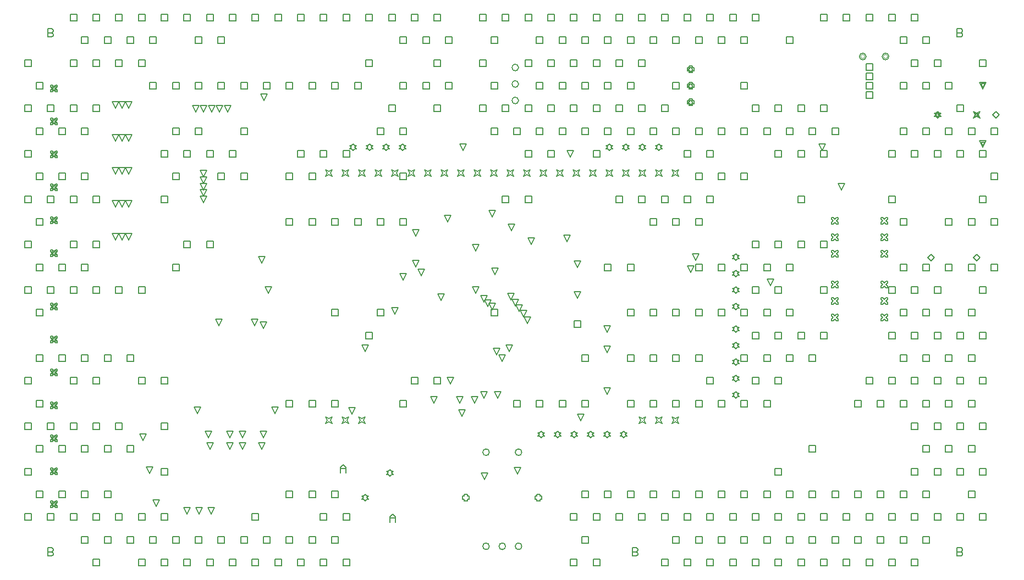
<source format=gbr>
%TF.GenerationSoftware,Altium Limited,Altium Designer,22.5.1 (42)*%
G04 Layer_Color=2752767*
%FSLAX43Y43*%
%MOMM*%
%TF.SameCoordinates,16143D8C-65FE-44CA-9B93-5BB87F4A9255*%
%TF.FilePolarity,Positive*%
%TF.FileFunction,Drawing*%
%TF.Part,Single*%
G01*
G75*
%TA.AperFunction,NonConductor*%
%ADD87C,0.127*%
%ADD114C,0.169*%
%ADD115C,0.102*%
D87*
X69146Y13746D02*
Y13492D01*
X69654D01*
Y13746D01*
X69908D01*
Y14254D01*
X69654D01*
Y14508D01*
X69146D01*
Y14254D01*
X68892D01*
Y13746D01*
X69146D01*
X80346D02*
Y13492D01*
X80854D01*
Y13746D01*
X81108D01*
Y14254D01*
X80854D01*
Y14508D01*
X80346D01*
Y14254D01*
X80092D01*
Y13746D01*
X80346D01*
X47822Y25442D02*
X48076Y25950D01*
X47822Y26458D01*
X48330Y26204D01*
X48838Y26458D01*
X48584Y25950D01*
X48838Y25442D01*
X48330Y25696D01*
X47822Y25442D01*
X52902D02*
X53156Y25950D01*
X52902Y26458D01*
X53410Y26204D01*
X53918Y26458D01*
X53664Y25950D01*
X53918Y25442D01*
X53410Y25696D01*
X52902Y25442D01*
X50362D02*
X50616Y25950D01*
X50362Y26458D01*
X50870Y26204D01*
X51378Y26458D01*
X51124Y25950D01*
X51378Y25442D01*
X50870Y25696D01*
X50362Y25442D01*
X60522Y63542D02*
X60776Y64050D01*
X60522Y64558D01*
X61030Y64304D01*
X61538Y64558D01*
X61284Y64050D01*
X61538Y63542D01*
X61030Y63796D01*
X60522Y63542D01*
X70682D02*
X70936Y64050D01*
X70682Y64558D01*
X71190Y64304D01*
X71698Y64558D01*
X71444Y64050D01*
X71698Y63542D01*
X71190Y63796D01*
X70682Y63542D01*
X68142D02*
X68396Y64050D01*
X68142Y64558D01*
X68650Y64304D01*
X69158Y64558D01*
X68904Y64050D01*
X69158Y63542D01*
X68650Y63796D01*
X68142Y63542D01*
X65602D02*
X65856Y64050D01*
X65602Y64558D01*
X66110Y64304D01*
X66618Y64558D01*
X66364Y64050D01*
X66618Y63542D01*
X66110Y63796D01*
X65602Y63542D01*
X63062D02*
X63316Y64050D01*
X63062Y64558D01*
X63570Y64304D01*
X64078Y64558D01*
X63824Y64050D01*
X64078Y63542D01*
X63570Y63796D01*
X63062Y63542D01*
X57982D02*
X58236Y64050D01*
X57982Y64558D01*
X58490Y64304D01*
X58998Y64558D01*
X58744Y64050D01*
X58998Y63542D01*
X58490Y63796D01*
X57982Y63542D01*
X55442D02*
X55696Y64050D01*
X55442Y64558D01*
X55950Y64304D01*
X56458Y64558D01*
X56204Y64050D01*
X56458Y63542D01*
X55950Y63796D01*
X55442Y63542D01*
X52902D02*
X53156Y64050D01*
X52902Y64558D01*
X53410Y64304D01*
X53918Y64558D01*
X53664Y64050D01*
X53918Y63542D01*
X53410Y63796D01*
X52902Y63542D01*
X50362D02*
X50616Y64050D01*
X50362Y64558D01*
X50870Y64304D01*
X51378Y64558D01*
X51124Y64050D01*
X51378Y63542D01*
X50870Y63796D01*
X50362Y63542D01*
X47822D02*
X48076Y64050D01*
X47822Y64558D01*
X48330Y64304D01*
X48838Y64558D01*
X48584Y64050D01*
X48838Y63542D01*
X48330Y63796D01*
X47822Y63542D01*
X101162Y25442D02*
X101416Y25950D01*
X101162Y26458D01*
X101670Y26204D01*
X102178Y26458D01*
X101924Y25950D01*
X102178Y25442D01*
X101670Y25696D01*
X101162Y25442D01*
X98622D02*
X98876Y25950D01*
X98622Y26458D01*
X99130Y26204D01*
X99638Y26458D01*
X99384Y25950D01*
X99638Y25442D01*
X99130Y25696D01*
X98622Y25442D01*
X96082D02*
X96336Y25950D01*
X96082Y26458D01*
X96590Y26204D01*
X97098Y26458D01*
X96844Y25950D01*
X97098Y25442D01*
X96590Y25696D01*
X96082Y25442D01*
X73222Y63542D02*
X73476Y64050D01*
X73222Y64558D01*
X73730Y64304D01*
X74238Y64558D01*
X73984Y64050D01*
X74238Y63542D01*
X73730Y63796D01*
X73222Y63542D01*
X101162D02*
X101416Y64050D01*
X101162Y64558D01*
X101670Y64304D01*
X102178Y64558D01*
X101924Y64050D01*
X102178Y63542D01*
X101670Y63796D01*
X101162Y63542D01*
X88462D02*
X88716Y64050D01*
X88462Y64558D01*
X88970Y64304D01*
X89478Y64558D01*
X89224Y64050D01*
X89478Y63542D01*
X88970Y63796D01*
X88462Y63542D01*
X83382D02*
X83636Y64050D01*
X83382Y64558D01*
X83890Y64304D01*
X84398Y64558D01*
X84144Y64050D01*
X84398Y63542D01*
X83890Y63796D01*
X83382Y63542D01*
X80842D02*
X81096Y64050D01*
X80842Y64558D01*
X81350Y64304D01*
X81858Y64558D01*
X81604Y64050D01*
X81858Y63542D01*
X81350Y63796D01*
X80842Y63542D01*
X78302D02*
X78556Y64050D01*
X78302Y64558D01*
X78810Y64304D01*
X79318Y64558D01*
X79064Y64050D01*
X79318Y63542D01*
X78810Y63796D01*
X78302Y63542D01*
X75762D02*
X76016Y64050D01*
X75762Y64558D01*
X76270Y64304D01*
X76778Y64558D01*
X76524Y64050D01*
X76778Y63542D01*
X76270Y63796D01*
X75762Y63542D01*
X91002D02*
X91256Y64050D01*
X91002Y64558D01*
X91510Y64304D01*
X92018Y64558D01*
X91764Y64050D01*
X92018Y63542D01*
X91510Y63796D01*
X91002Y63542D01*
X93542D02*
X93796Y64050D01*
X93542Y64558D01*
X94050Y64304D01*
X94558Y64558D01*
X94304Y64050D01*
X94558Y63542D01*
X94050Y63796D01*
X93542Y63542D01*
X96082D02*
X96336Y64050D01*
X96082Y64558D01*
X96590Y64304D01*
X97098Y64558D01*
X96844Y64050D01*
X97098Y63542D01*
X96590Y63796D01*
X96082Y63542D01*
X85922D02*
X86176Y64050D01*
X85922Y64558D01*
X86430Y64304D01*
X86938Y64558D01*
X86684Y64050D01*
X86938Y63542D01*
X86430Y63796D01*
X85922Y63542D01*
X98622D02*
X98876Y64050D01*
X98622Y64558D01*
X99130Y64304D01*
X99638Y64558D01*
X99384Y64050D01*
X99638Y63542D01*
X99130Y63796D01*
X98622Y63542D01*
X125682Y56132D02*
X125936D01*
X126190Y56386D01*
X126444Y56132D01*
X126698D01*
Y56386D01*
X126444Y56640D01*
X126698Y56894D01*
Y57148D01*
X126444D01*
X126190Y56894D01*
X125936Y57148D01*
X125682D01*
Y56894D01*
X125936Y56640D01*
X125682Y56386D01*
Y56132D01*
Y53592D02*
X125936D01*
X126190Y53846D01*
X126444Y53592D01*
X126698D01*
Y53846D01*
X126444Y54100D01*
X126698Y54354D01*
Y54608D01*
X126444D01*
X126190Y54354D01*
X125936Y54608D01*
X125682D01*
Y54354D01*
X125936Y54100D01*
X125682Y53846D01*
Y53592D01*
Y51052D02*
X125936D01*
X126190Y51306D01*
X126444Y51052D01*
X126698D01*
Y51306D01*
X126444Y51560D01*
X126698Y51814D01*
Y52068D01*
X126444D01*
X126190Y51814D01*
X125936Y52068D01*
X125682D01*
Y51814D01*
X125936Y51560D01*
X125682Y51306D01*
Y51052D01*
X133302D02*
X133556D01*
X133810Y51306D01*
X134064Y51052D01*
X134318D01*
Y51306D01*
X134064Y51560D01*
X134318Y51814D01*
Y52068D01*
X134064D01*
X133810Y51814D01*
X133556Y52068D01*
X133302D01*
Y51814D01*
X133556Y51560D01*
X133302Y51306D01*
Y51052D01*
Y53592D02*
X133556D01*
X133810Y53846D01*
X134064Y53592D01*
X134318D01*
Y53846D01*
X134064Y54100D01*
X134318Y54354D01*
Y54608D01*
X134064D01*
X133810Y54354D01*
X133556Y54608D01*
X133302D01*
Y54354D01*
X133556Y54100D01*
X133302Y53846D01*
Y53592D01*
Y56132D02*
X133556D01*
X133810Y56386D01*
X134064Y56132D01*
X134318D01*
Y56386D01*
X134064Y56640D01*
X134318Y56894D01*
Y57148D01*
X134064D01*
X133810Y56894D01*
X133556Y57148D01*
X133302D01*
Y56894D01*
X133556Y56640D01*
X133302Y56386D01*
Y56132D01*
X147492Y51000D02*
X148000Y51508D01*
X148508Y51000D01*
X148000Y50492D01*
X147492Y51000D01*
X140492D02*
X141000Y51508D01*
X141508Y51000D01*
X141000Y50492D01*
X140492Y51000D01*
X149000Y67992D02*
X148492Y69008D01*
X149508D01*
X149000Y67992D01*
Y68195D02*
X148695Y68805D01*
X149305D01*
X149000Y68195D01*
X150492Y73000D02*
X151000Y73508D01*
X151508Y73000D01*
X151000Y72492D01*
X150492Y73000D01*
X142000Y72492D02*
X142254Y72746D01*
X142508D01*
X142254Y73000D01*
X142508Y73254D01*
X142254D01*
X142000Y73508D01*
X141746Y73254D01*
X141492D01*
X141746Y73000D01*
X141492Y72746D01*
X141746D01*
X142000Y72492D01*
Y72695D02*
X142152Y72848D01*
X142305D01*
X142152Y73000D01*
X142305Y73152D01*
X142152D01*
X142000Y73305D01*
X141848Y73152D01*
X141695D01*
X141848Y73000D01*
X141695Y72848D01*
X141848D01*
X142000Y72695D01*
X147492Y72492D02*
X147746Y73000D01*
X147492Y73508D01*
X148000Y73254D01*
X148508Y73508D01*
X148254Y73000D01*
X148508Y72492D01*
X148000Y72746D01*
X147492Y72492D01*
X147695Y72695D02*
X147848Y73000D01*
X147695Y73305D01*
X148000Y73152D01*
X148305Y73305D01*
X148152Y73000D01*
X148305Y72695D01*
X148000Y72848D01*
X147695Y72695D01*
X149000Y76992D02*
X148492Y78008D01*
X149508D01*
X149000Y76992D01*
Y77195D02*
X148695Y77805D01*
X149305D01*
X149000Y77195D01*
X5492Y12492D02*
X5746D01*
X6000Y12746D01*
X6254Y12492D01*
X6508D01*
Y12746D01*
X6254Y13000D01*
X6508Y13254D01*
Y13508D01*
X6254D01*
X6000Y13254D01*
X5746Y13508D01*
X5492D01*
Y13254D01*
X5746Y13000D01*
X5492Y12746D01*
Y12492D01*
X5695Y12695D02*
X5848D01*
X6000Y12848D01*
X6152Y12695D01*
X6305D01*
Y12848D01*
X6152Y13000D01*
X6305Y13152D01*
Y13305D01*
X6152D01*
X6000Y13152D01*
X5848Y13305D01*
X5695D01*
Y13152D01*
X5848Y13000D01*
X5695Y12848D01*
Y12695D01*
X5492Y17572D02*
X5746D01*
X6000Y17826D01*
X6254Y17572D01*
X6508D01*
Y17826D01*
X6254Y18080D01*
X6508Y18334D01*
Y18588D01*
X6254D01*
X6000Y18334D01*
X5746Y18588D01*
X5492D01*
Y18334D01*
X5746Y18080D01*
X5492Y17826D01*
Y17572D01*
X5695Y17775D02*
X5848D01*
X6000Y17928D01*
X6152Y17775D01*
X6305D01*
Y17928D01*
X6152Y18080D01*
X6305Y18232D01*
Y18385D01*
X6152D01*
X6000Y18232D01*
X5848Y18385D01*
X5695D01*
Y18232D01*
X5848Y18080D01*
X5695Y17928D01*
Y17775D01*
X5492Y27732D02*
X5746D01*
X6000Y27986D01*
X6254Y27732D01*
X6508D01*
Y27986D01*
X6254Y28240D01*
X6508Y28494D01*
Y28748D01*
X6254D01*
X6000Y28494D01*
X5746Y28748D01*
X5492D01*
Y28494D01*
X5746Y28240D01*
X5492Y27986D01*
Y27732D01*
X5695Y27935D02*
X5848D01*
X6000Y28088D01*
X6152Y27935D01*
X6305D01*
Y28088D01*
X6152Y28240D01*
X6305Y28392D01*
Y28545D01*
X6152D01*
X6000Y28392D01*
X5848Y28545D01*
X5695D01*
Y28392D01*
X5848Y28240D01*
X5695Y28088D01*
Y27935D01*
X5492Y37892D02*
X5746D01*
X6000Y38146D01*
X6254Y37892D01*
X6508D01*
Y38146D01*
X6254Y38400D01*
X6508Y38654D01*
Y38908D01*
X6254D01*
X6000Y38654D01*
X5746Y38908D01*
X5492D01*
Y38654D01*
X5746Y38400D01*
X5492Y38146D01*
Y37892D01*
X5695Y38095D02*
X5848D01*
X6000Y38248D01*
X6152Y38095D01*
X6305D01*
Y38248D01*
X6152Y38400D01*
X6305Y38552D01*
Y38705D01*
X6152D01*
X6000Y38552D01*
X5848Y38705D01*
X5695D01*
Y38552D01*
X5848Y38400D01*
X5695Y38248D01*
Y38095D01*
X5492Y42972D02*
X5746D01*
X6000Y43226D01*
X6254Y42972D01*
X6508D01*
Y43226D01*
X6254Y43480D01*
X6508Y43734D01*
Y43988D01*
X6254D01*
X6000Y43734D01*
X5746Y43988D01*
X5492D01*
Y43734D01*
X5746Y43480D01*
X5492Y43226D01*
Y42972D01*
X5695Y43175D02*
X5848D01*
X6000Y43328D01*
X6152Y43175D01*
X6305D01*
Y43328D01*
X6152Y43480D01*
X6305Y43632D01*
Y43785D01*
X6152D01*
X6000Y43632D01*
X5848Y43785D01*
X5695D01*
Y43632D01*
X5848Y43480D01*
X5695Y43328D01*
Y43175D01*
X5492Y32812D02*
X5746D01*
X6000Y33066D01*
X6254Y32812D01*
X6508D01*
Y33066D01*
X6254Y33320D01*
X6508Y33574D01*
Y33828D01*
X6254D01*
X6000Y33574D01*
X5746Y33828D01*
X5492D01*
Y33574D01*
X5746Y33320D01*
X5492Y33066D01*
Y32812D01*
X5695Y33015D02*
X5848D01*
X6000Y33168D01*
X6152Y33015D01*
X6305D01*
Y33168D01*
X6152Y33320D01*
X6305Y33472D01*
Y33625D01*
X6152D01*
X6000Y33472D01*
X5848Y33625D01*
X5695D01*
Y33472D01*
X5848Y33320D01*
X5695Y33168D01*
Y33015D01*
X5492Y22652D02*
X5746D01*
X6000Y22906D01*
X6254Y22652D01*
X6508D01*
Y22906D01*
X6254Y23160D01*
X6508Y23414D01*
Y23668D01*
X6254D01*
X6000Y23414D01*
X5746Y23668D01*
X5492D01*
Y23414D01*
X5746Y23160D01*
X5492Y22906D01*
Y22652D01*
X5695Y22855D02*
X5848D01*
X6000Y23008D01*
X6152Y22855D01*
X6305D01*
Y23008D01*
X6152Y23160D01*
X6305Y23312D01*
Y23465D01*
X6152D01*
X6000Y23312D01*
X5848Y23465D01*
X5695D01*
Y23312D01*
X5848Y23160D01*
X5695Y23008D01*
Y22855D01*
X57080Y67492D02*
X57334Y67746D01*
X57588D01*
X57334Y68000D01*
X57588Y68254D01*
X57334D01*
X57080Y68508D01*
X56826Y68254D01*
X56572D01*
X56826Y68000D01*
X56572Y67746D01*
X56826D01*
X57080Y67492D01*
X59620D02*
X59874Y67746D01*
X60128D01*
X59874Y68000D01*
X60128Y68254D01*
X59874D01*
X59620Y68508D01*
X59366Y68254D01*
X59112D01*
X59366Y68000D01*
X59112Y67746D01*
X59366D01*
X59620Y67492D01*
X54540D02*
X54794Y67746D01*
X55048D01*
X54794Y68000D01*
X55048Y68254D01*
X54794D01*
X54540Y68508D01*
X54286Y68254D01*
X54032D01*
X54286Y68000D01*
X54032Y67746D01*
X54286D01*
X54540Y67492D01*
X52000D02*
X52254Y67746D01*
X52508D01*
X52254Y68000D01*
X52508Y68254D01*
X52254D01*
X52000Y68508D01*
X51746Y68254D01*
X51492D01*
X51746Y68000D01*
X51492Y67746D01*
X51746D01*
X52000Y67492D01*
X96590D02*
X96844Y67746D01*
X97098D01*
X96844Y68000D01*
X97098Y68254D01*
X96844D01*
X96590Y68508D01*
X96336Y68254D01*
X96082D01*
X96336Y68000D01*
X96082Y67746D01*
X96336D01*
X96590Y67492D01*
X99130D02*
X99384Y67746D01*
X99638D01*
X99384Y68000D01*
X99638Y68254D01*
X99384D01*
X99130Y68508D01*
X98876Y68254D01*
X98622D01*
X98876Y68000D01*
X98622Y67746D01*
X98876D01*
X99130Y67492D01*
X94050D02*
X94304Y67746D01*
X94558D01*
X94304Y68000D01*
X94558Y68254D01*
X94304D01*
X94050Y68508D01*
X93796Y68254D01*
X93542D01*
X93796Y68000D01*
X93542Y67746D01*
X93796D01*
X94050Y67492D01*
X91510D02*
X91764Y67746D01*
X92018D01*
X91764Y68000D01*
X92018Y68254D01*
X91764D01*
X91510Y68508D01*
X91256Y68254D01*
X91002D01*
X91256Y68000D01*
X91002Y67746D01*
X91256D01*
X91510Y67492D01*
X95000Y6270D02*
Y5000D01*
X95635D01*
X95846Y5212D01*
Y5423D01*
X95635Y5635D01*
X95000D01*
X95635D01*
X95846Y5846D01*
Y6058D01*
X95635Y6270D01*
X95000D01*
X125682Y46332D02*
X125936D01*
X126190Y46586D01*
X126444Y46332D01*
X126698D01*
Y46586D01*
X126444Y46840D01*
X126698Y47094D01*
Y47348D01*
X126444D01*
X126190Y47094D01*
X125936Y47348D01*
X125682D01*
Y47094D01*
X125936Y46840D01*
X125682Y46586D01*
Y46332D01*
Y43792D02*
X125936D01*
X126190Y44046D01*
X126444Y43792D01*
X126698D01*
Y44046D01*
X126444Y44300D01*
X126698Y44554D01*
Y44808D01*
X126444D01*
X126190Y44554D01*
X125936Y44808D01*
X125682D01*
Y44554D01*
X125936Y44300D01*
X125682Y44046D01*
Y43792D01*
Y41252D02*
X125936D01*
X126190Y41506D01*
X126444Y41252D01*
X126698D01*
Y41506D01*
X126444Y41760D01*
X126698Y42014D01*
Y42268D01*
X126444D01*
X126190Y42014D01*
X125936Y42268D01*
X125682D01*
Y42014D01*
X125936Y41760D01*
X125682Y41506D01*
Y41252D01*
X133302D02*
X133556D01*
X133810Y41506D01*
X134064Y41252D01*
X134318D01*
Y41506D01*
X134064Y41760D01*
X134318Y42014D01*
Y42268D01*
X134064D01*
X133810Y42014D01*
X133556Y42268D01*
X133302D01*
Y42014D01*
X133556Y41760D01*
X133302Y41506D01*
Y41252D01*
Y43792D02*
X133556D01*
X133810Y44046D01*
X134064Y43792D01*
X134318D01*
Y44046D01*
X134064Y44300D01*
X134318Y44554D01*
Y44808D01*
X134064D01*
X133810Y44554D01*
X133556Y44808D01*
X133302D01*
Y44554D01*
X133556Y44300D01*
X133302Y44046D01*
Y43792D01*
Y46332D02*
X133556D01*
X133810Y46586D01*
X134064Y46332D01*
X134318D01*
Y46586D01*
X134064Y46840D01*
X134318Y47094D01*
Y47348D01*
X134064D01*
X133810Y47094D01*
X133556Y47348D01*
X133302D01*
Y47094D01*
X133556Y46840D01*
X133302Y46586D01*
Y46332D01*
X53900Y13492D02*
X54154Y13746D01*
X54408D01*
X54154Y14000D01*
X54408Y14254D01*
X54154D01*
X53900Y14508D01*
X53646Y14254D01*
X53392D01*
X53646Y14000D01*
X53392Y13746D01*
X53646D01*
X53900Y13492D01*
X57710Y17302D02*
X57964Y17556D01*
X58218D01*
X57964Y17810D01*
X58218Y18064D01*
X57964D01*
X57710Y18318D01*
X57456Y18064D01*
X57202D01*
X57456Y17810D01*
X57202Y17556D01*
X57456D01*
X57710Y17302D01*
X50090Y17810D02*
Y18656D01*
X50513Y19080D01*
X50936Y18656D01*
Y17810D01*
Y18445D01*
X50090D01*
X57710Y10190D02*
Y11036D01*
X58133Y11460D01*
X58556Y11036D01*
Y10190D01*
Y10825D01*
X57710D01*
X81000Y23192D02*
X81254Y23446D01*
X81508D01*
X81254Y23700D01*
X81508Y23954D01*
X81254D01*
X81000Y24208D01*
X80746Y23954D01*
X80492D01*
X80746Y23700D01*
X80492Y23446D01*
X80746D01*
X81000Y23192D01*
X83540D02*
X83794Y23446D01*
X84048D01*
X83794Y23700D01*
X84048Y23954D01*
X83794D01*
X83540Y24208D01*
X83286Y23954D01*
X83032D01*
X83286Y23700D01*
X83032Y23446D01*
X83286D01*
X83540Y23192D01*
X88620D02*
X88874Y23446D01*
X89128D01*
X88874Y23700D01*
X89128Y23954D01*
X88874D01*
X88620Y24208D01*
X88366Y23954D01*
X88112D01*
X88366Y23700D01*
X88112Y23446D01*
X88366D01*
X88620Y23192D01*
X93700D02*
X93954Y23446D01*
X94208D01*
X93954Y23700D01*
X94208Y23954D01*
X93954D01*
X93700Y24208D01*
X93446Y23954D01*
X93192D01*
X93446Y23700D01*
X93192Y23446D01*
X93446D01*
X93700Y23192D01*
X91160D02*
X91414Y23446D01*
X91668D01*
X91414Y23700D01*
X91668Y23954D01*
X91414D01*
X91160Y24208D01*
X90906Y23954D01*
X90652D01*
X90906Y23700D01*
X90652Y23446D01*
X90906D01*
X91160Y23192D01*
X86080D02*
X86334Y23446D01*
X86588D01*
X86334Y23700D01*
X86588Y23954D01*
X86334D01*
X86080Y24208D01*
X85826Y23954D01*
X85572D01*
X85826Y23700D01*
X85572Y23446D01*
X85826D01*
X86080Y23192D01*
X5492Y51192D02*
X5746D01*
X6000Y51446D01*
X6254Y51192D01*
X6508D01*
Y51446D01*
X6254Y51700D01*
X6508Y51954D01*
Y52208D01*
X6254D01*
X6000Y51954D01*
X5746Y52208D01*
X5492D01*
Y51954D01*
X5746Y51700D01*
X5492Y51446D01*
Y51192D01*
X5695Y51395D02*
X5848D01*
X6000Y51548D01*
X6152Y51395D01*
X6305D01*
Y51548D01*
X6152Y51700D01*
X6305Y51852D01*
Y52005D01*
X6152D01*
X6000Y51852D01*
X5848Y52005D01*
X5695D01*
Y51852D01*
X5848Y51700D01*
X5695Y51548D01*
Y51395D01*
X5492Y56272D02*
X5746D01*
X6000Y56526D01*
X6254Y56272D01*
X6508D01*
Y56526D01*
X6254Y56780D01*
X6508Y57034D01*
Y57288D01*
X6254D01*
X6000Y57034D01*
X5746Y57288D01*
X5492D01*
Y57034D01*
X5746Y56780D01*
X5492Y56526D01*
Y56272D01*
X5695Y56475D02*
X5848D01*
X6000Y56628D01*
X6152Y56475D01*
X6305D01*
Y56628D01*
X6152Y56780D01*
X6305Y56932D01*
Y57085D01*
X6152D01*
X6000Y56932D01*
X5848Y57085D01*
X5695D01*
Y56932D01*
X5848Y56780D01*
X5695Y56628D01*
Y56475D01*
X5492Y66432D02*
X5746D01*
X6000Y66686D01*
X6254Y66432D01*
X6508D01*
Y66686D01*
X6254Y66940D01*
X6508Y67194D01*
Y67448D01*
X6254D01*
X6000Y67194D01*
X5746Y67448D01*
X5492D01*
Y67194D01*
X5746Y66940D01*
X5492Y66686D01*
Y66432D01*
X5695Y66635D02*
X5848D01*
X6000Y66788D01*
X6152Y66635D01*
X6305D01*
Y66788D01*
X6152Y66940D01*
X6305Y67092D01*
Y67245D01*
X6152D01*
X6000Y67092D01*
X5848Y67245D01*
X5695D01*
Y67092D01*
X5848Y66940D01*
X5695Y66788D01*
Y66635D01*
X5492Y76592D02*
X5746D01*
X6000Y76846D01*
X6254Y76592D01*
X6508D01*
Y76846D01*
X6254Y77100D01*
X6508Y77354D01*
Y77608D01*
X6254D01*
X6000Y77354D01*
X5746Y77608D01*
X5492D01*
Y77354D01*
X5746Y77100D01*
X5492Y76846D01*
Y76592D01*
X5695Y76795D02*
X5848D01*
X6000Y76948D01*
X6152Y76795D01*
X6305D01*
Y76948D01*
X6152Y77100D01*
X6305Y77252D01*
Y77405D01*
X6152D01*
X6000Y77252D01*
X5848Y77405D01*
X5695D01*
Y77252D01*
X5848Y77100D01*
X5695Y76948D01*
Y76795D01*
X5492Y71512D02*
X5746D01*
X6000Y71766D01*
X6254Y71512D01*
X6508D01*
Y71766D01*
X6254Y72020D01*
X6508Y72274D01*
Y72528D01*
X6254D01*
X6000Y72274D01*
X5746Y72528D01*
X5492D01*
Y72274D01*
X5746Y72020D01*
X5492Y71766D01*
Y71512D01*
X5695Y71715D02*
X5848D01*
X6000Y71868D01*
X6152Y71715D01*
X6305D01*
Y71868D01*
X6152Y72020D01*
X6305Y72172D01*
Y72325D01*
X6152D01*
X6000Y72172D01*
X5848Y72325D01*
X5695D01*
Y72172D01*
X5848Y72020D01*
X5695Y71868D01*
Y71715D01*
X5492Y61352D02*
X5746D01*
X6000Y61606D01*
X6254Y61352D01*
X6508D01*
Y61606D01*
X6254Y61860D01*
X6508Y62114D01*
Y62368D01*
X6254D01*
X6000Y62114D01*
X5746Y62368D01*
X5492D01*
Y62114D01*
X5746Y61860D01*
X5492Y61606D01*
Y61352D01*
X5695Y61555D02*
X5848D01*
X6000Y61708D01*
X6152Y61555D01*
X6305D01*
Y61708D01*
X6152Y61860D01*
X6305Y62012D01*
Y62165D01*
X6152D01*
X6000Y62012D01*
X5848Y62165D01*
X5695D01*
Y62012D01*
X5848Y61860D01*
X5695Y61708D01*
Y61555D01*
X5000Y86270D02*
Y85000D01*
X5635D01*
X5846Y85212D01*
Y85423D01*
X5635Y85635D01*
X5000D01*
X5635D01*
X5846Y85846D01*
Y86058D01*
X5635Y86270D01*
X5000D01*
X103746Y74666D02*
Y74412D01*
X104254D01*
Y74666D01*
X104508D01*
Y75174D01*
X104254D01*
Y75428D01*
X103746D01*
Y75174D01*
X103492D01*
Y74666D01*
X103746D01*
X103848Y74768D02*
Y74615D01*
X104152D01*
Y74768D01*
X104305D01*
Y75072D01*
X104152D01*
Y75225D01*
X103848D01*
Y75072D01*
X103695D01*
Y74768D01*
X103848D01*
X103746Y77206D02*
Y76952D01*
X104254D01*
Y77206D01*
X104508D01*
Y77714D01*
X104254D01*
Y77968D01*
X103746D01*
Y77714D01*
X103492D01*
Y77206D01*
X103746D01*
X103848Y77308D02*
Y77155D01*
X104152D01*
Y77308D01*
X104305D01*
Y77612D01*
X104152D01*
Y77765D01*
X103848D01*
Y77612D01*
X103695D01*
Y77308D01*
X103848D01*
X103746Y79746D02*
Y79492D01*
X104254D01*
Y79746D01*
X104508D01*
Y80254D01*
X104254D01*
Y80508D01*
X103746D01*
Y80254D01*
X103492D01*
Y79746D01*
X103746D01*
X103848Y79848D02*
Y79695D01*
X104152D01*
Y79848D01*
X104305D01*
Y80152D01*
X104152D01*
Y80305D01*
X103848D01*
Y80152D01*
X103695D01*
Y79848D01*
X103848D01*
X145000Y86270D02*
Y85000D01*
X145635D01*
X145846Y85212D01*
Y85423D01*
X145635Y85635D01*
X145000D01*
X145635D01*
X145846Y85846D01*
Y86058D01*
X145635Y86270D01*
X145000D01*
X5000Y6270D02*
Y5000D01*
X5635D01*
X5846Y5212D01*
Y5423D01*
X5635Y5635D01*
X5000D01*
X5635D01*
X5846Y5846D01*
Y6058D01*
X5635Y6270D01*
X5000D01*
X145000D02*
Y5000D01*
X145635D01*
X145846Y5212D01*
Y5423D01*
X145635Y5635D01*
X145000D01*
X145635D01*
X145846Y5846D01*
Y6058D01*
X145635Y6270D01*
X145000D01*
X111000Y34412D02*
X111254Y34666D01*
X111508D01*
X111254Y34920D01*
X111508Y35174D01*
X111254D01*
X111000Y35428D01*
X110746Y35174D01*
X110492D01*
X110746Y34920D01*
X110492Y34666D01*
X110746D01*
X111000Y34412D01*
Y29332D02*
X111254Y29586D01*
X111508D01*
X111254Y29840D01*
X111508Y30094D01*
X111254D01*
X111000Y30348D01*
X110746Y30094D01*
X110492D01*
X110746Y29840D01*
X110492Y29586D01*
X110746D01*
X111000Y29332D01*
Y31872D02*
X111254Y32126D01*
X111508D01*
X111254Y32380D01*
X111508Y32634D01*
X111254D01*
X111000Y32888D01*
X110746Y32634D01*
X110492D01*
X110746Y32380D01*
X110492Y32126D01*
X110746D01*
X111000Y31872D01*
Y36952D02*
X111254Y37206D01*
X111508D01*
X111254Y37460D01*
X111508Y37714D01*
X111254D01*
X111000Y37968D01*
X110746Y37714D01*
X110492D01*
X110746Y37460D01*
X110492Y37206D01*
X110746D01*
X111000Y36952D01*
Y39492D02*
X111254Y39746D01*
X111508D01*
X111254Y40000D01*
X111508Y40254D01*
X111254D01*
X111000Y40508D01*
X110746Y40254D01*
X110492D01*
X110746Y40000D01*
X110492Y39746D01*
X110746D01*
X111000Y39492D01*
Y50612D02*
X111254Y50866D01*
X111508D01*
X111254Y51120D01*
X111508Y51374D01*
X111254D01*
X111000Y51628D01*
X110746Y51374D01*
X110492D01*
X110746Y51120D01*
X110492Y50866D01*
X110746D01*
X111000Y50612D01*
Y48072D02*
X111254Y48326D01*
X111508D01*
X111254Y48580D01*
X111508Y48834D01*
X111254D01*
X111000Y49088D01*
X110746Y48834D01*
X110492D01*
X110746Y48580D01*
X110492Y48326D01*
X110746D01*
X111000Y48072D01*
Y42992D02*
X111254Y43246D01*
X111508D01*
X111254Y43500D01*
X111508Y43754D01*
X111254D01*
X111000Y44008D01*
X110746Y43754D01*
X110492D01*
X110746Y43500D01*
X110492Y43246D01*
X110746D01*
X111000Y42992D01*
Y45532D02*
X111254Y45786D01*
X111508D01*
X111254Y46040D01*
X111508Y46294D01*
X111254D01*
X111000Y46548D01*
X110746Y46294D01*
X110492D01*
X110746Y46040D01*
X110492Y45786D01*
X110746D01*
X111000Y45532D01*
X130992Y75573D02*
Y76589D01*
X132008D01*
Y75573D01*
X130992D01*
Y76993D02*
Y78009D01*
X132008D01*
Y76993D01*
X130992D01*
Y79832D02*
Y80848D01*
X132008D01*
Y79832D01*
X130992D01*
Y78412D02*
Y79428D01*
X132008D01*
Y78412D01*
X130992D01*
X86092Y40253D02*
Y41269D01*
X87108D01*
Y40253D01*
X86092D01*
X137992Y87492D02*
Y88508D01*
X139008D01*
Y87492D01*
X137992D01*
X139742Y83992D02*
Y85008D01*
X140758D01*
Y83992D01*
X139742D01*
X134492Y87492D02*
Y88508D01*
X135508D01*
Y87492D01*
X134492D01*
X136242Y83992D02*
Y85008D01*
X137258D01*
Y83992D01*
X136242D01*
X130992Y87492D02*
Y88508D01*
X132008D01*
Y87492D01*
X130992D01*
X127492D02*
Y88508D01*
X128508D01*
Y87492D01*
X127492D01*
X123992D02*
Y88508D01*
X125008D01*
Y87492D01*
X123992D01*
Y73492D02*
Y74508D01*
X125008D01*
Y73492D01*
X123992D01*
X125742Y69992D02*
Y71008D01*
X126758D01*
Y69992D01*
X125742D01*
X123992Y66492D02*
Y67508D01*
X125008D01*
Y66492D01*
X123992D01*
Y52492D02*
Y53508D01*
X125008D01*
Y52492D01*
X123992D01*
Y45492D02*
Y46508D01*
X125008D01*
Y45492D01*
X123992D01*
Y38492D02*
Y39508D01*
X125008D01*
Y38492D01*
X123992D01*
X120492Y73492D02*
Y74508D01*
X121508D01*
Y73492D01*
X120492D01*
X122242Y69992D02*
Y71008D01*
X123258D01*
Y69992D01*
X122242D01*
X120492Y66492D02*
Y67508D01*
X121508D01*
Y66492D01*
X120492D01*
Y59492D02*
Y60508D01*
X121508D01*
Y59492D01*
X120492D01*
Y52492D02*
Y53508D01*
X121508D01*
Y52492D01*
X120492D01*
Y38492D02*
Y39508D01*
X121508D01*
Y38492D01*
X120492D01*
X122242Y34992D02*
Y36008D01*
X123258D01*
Y34992D01*
X122242D01*
X118742Y83992D02*
Y85008D01*
X119758D01*
Y83992D01*
X118742D01*
X116992Y73492D02*
Y74508D01*
X118008D01*
Y73492D01*
X116992D01*
X118742Y69992D02*
Y71008D01*
X119758D01*
Y69992D01*
X118742D01*
X116992Y66492D02*
Y67508D01*
X118008D01*
Y66492D01*
X116992D01*
Y52492D02*
Y53508D01*
X118008D01*
Y52492D01*
X116992D01*
X118742Y48992D02*
Y50008D01*
X119758D01*
Y48992D01*
X118742D01*
X116992Y45492D02*
Y46508D01*
X118008D01*
Y45492D01*
X116992D01*
X118742Y41992D02*
Y43008D01*
X119758D01*
Y41992D01*
X118742D01*
X116992Y38492D02*
Y39508D01*
X118008D01*
Y38492D01*
X116992D01*
X118742Y34992D02*
Y36008D01*
X119758D01*
Y34992D01*
X118742D01*
X116992Y31492D02*
Y32508D01*
X118008D01*
Y31492D01*
X116992D01*
X113492Y87492D02*
Y88508D01*
X114508D01*
Y87492D01*
X113492D01*
Y73492D02*
Y74508D01*
X114508D01*
Y73492D01*
X113492D01*
X115242Y69992D02*
Y71008D01*
X116258D01*
Y69992D01*
X115242D01*
X113492Y52492D02*
Y53508D01*
X114508D01*
Y52492D01*
X113492D01*
X115242Y48992D02*
Y50008D01*
X116258D01*
Y48992D01*
X115242D01*
X113492Y45492D02*
Y46508D01*
X114508D01*
Y45492D01*
X113492D01*
X115242Y41992D02*
Y43008D01*
X116258D01*
Y41992D01*
X115242D01*
X113492Y38492D02*
Y39508D01*
X114508D01*
Y38492D01*
X113492D01*
X115242Y34992D02*
Y36008D01*
X116258D01*
Y34992D01*
X115242D01*
X113492Y31492D02*
Y32508D01*
X114508D01*
Y31492D01*
X113492D01*
X115242Y27992D02*
Y29008D01*
X116258D01*
Y27992D01*
X115242D01*
X109992Y87492D02*
Y88508D01*
X111008D01*
Y87492D01*
X109992D01*
X111742Y83992D02*
Y85008D01*
X112758D01*
Y83992D01*
X111742D01*
Y76992D02*
Y78008D01*
X112758D01*
Y76992D01*
X111742D01*
Y69992D02*
Y71008D01*
X112758D01*
Y69992D01*
X111742D01*
Y62992D02*
Y64008D01*
X112758D01*
Y62992D01*
X111742D01*
Y48992D02*
Y50008D01*
X112758D01*
Y48992D01*
X111742D01*
Y41992D02*
Y43008D01*
X112758D01*
Y41992D01*
X111742D01*
Y34992D02*
Y36008D01*
X112758D01*
Y34992D01*
X111742D01*
Y27992D02*
Y29008D01*
X112758D01*
Y27992D01*
X111742D01*
X106492Y87492D02*
Y88508D01*
X107508D01*
Y87492D01*
X106492D01*
X108242Y83992D02*
Y85008D01*
X109258D01*
Y83992D01*
X108242D01*
Y69992D02*
Y71008D01*
X109258D01*
Y69992D01*
X108242D01*
X106492Y66492D02*
Y67508D01*
X107508D01*
Y66492D01*
X106492D01*
X108242Y62992D02*
Y64008D01*
X109258D01*
Y62992D01*
X108242D01*
X106492Y59492D02*
Y60508D01*
X107508D01*
Y59492D01*
X106492D01*
X108242Y48992D02*
Y50008D01*
X109258D01*
Y48992D01*
X108242D01*
Y41992D02*
Y43008D01*
X109258D01*
Y41992D01*
X108242D01*
X106492Y31492D02*
Y32508D01*
X107508D01*
Y31492D01*
X106492D01*
X108242Y27992D02*
Y29008D01*
X109258D01*
Y27992D01*
X108242D01*
X102992Y87492D02*
Y88508D01*
X104008D01*
Y87492D01*
X102992D01*
X104742Y83992D02*
Y85008D01*
X105758D01*
Y83992D01*
X104742D01*
Y69992D02*
Y71008D01*
X105758D01*
Y69992D01*
X104742D01*
X102992Y66492D02*
Y67508D01*
X104008D01*
Y66492D01*
X102992D01*
X104742Y62992D02*
Y64008D01*
X105758D01*
Y62992D01*
X104742D01*
X102992Y59492D02*
Y60508D01*
X104008D01*
Y59492D01*
X102992D01*
X104742Y55992D02*
Y57008D01*
X105758D01*
Y55992D01*
X104742D01*
Y48992D02*
Y50008D01*
X105758D01*
Y48992D01*
X104742D01*
Y41992D02*
Y43008D01*
X105758D01*
Y41992D01*
X104742D01*
Y34992D02*
Y36008D01*
X105758D01*
Y34992D01*
X104742D01*
Y27992D02*
Y29008D01*
X105758D01*
Y27992D01*
X104742D01*
X99492Y87492D02*
Y88508D01*
X100508D01*
Y87492D01*
X99492D01*
X101242Y83992D02*
Y85008D01*
X102258D01*
Y83992D01*
X101242D01*
Y76992D02*
Y78008D01*
X102258D01*
Y76992D01*
X101242D01*
X99492Y73492D02*
Y74508D01*
X100508D01*
Y73492D01*
X99492D01*
X101242Y69992D02*
Y71008D01*
X102258D01*
Y69992D01*
X101242D01*
X99492Y59492D02*
Y60508D01*
X100508D01*
Y59492D01*
X99492D01*
X101242Y55992D02*
Y57008D01*
X102258D01*
Y55992D01*
X101242D01*
Y41992D02*
Y43008D01*
X102258D01*
Y41992D01*
X101242D01*
Y34992D02*
Y36008D01*
X102258D01*
Y34992D01*
X101242D01*
Y27992D02*
Y29008D01*
X102258D01*
Y27992D01*
X101242D01*
X95992Y87492D02*
Y88508D01*
X97008D01*
Y87492D01*
X95992D01*
X97742Y83992D02*
Y85008D01*
X98758D01*
Y83992D01*
X97742D01*
X95992Y80492D02*
Y81508D01*
X97008D01*
Y80492D01*
X95992D01*
Y73492D02*
Y74508D01*
X97008D01*
Y73492D01*
X95992D01*
X97742Y69992D02*
Y71008D01*
X98758D01*
Y69992D01*
X97742D01*
X95992Y59492D02*
Y60508D01*
X97008D01*
Y59492D01*
X95992D01*
X97742Y55992D02*
Y57008D01*
X98758D01*
Y55992D01*
X97742D01*
Y41992D02*
Y43008D01*
X98758D01*
Y41992D01*
X97742D01*
Y34992D02*
Y36008D01*
X98758D01*
Y34992D01*
X97742D01*
Y27992D02*
Y29008D01*
X98758D01*
Y27992D01*
X97742D01*
X92492Y87492D02*
Y88508D01*
X93508D01*
Y87492D01*
X92492D01*
X94242Y83992D02*
Y85008D01*
X95258D01*
Y83992D01*
X94242D01*
X92492Y80492D02*
Y81508D01*
X93508D01*
Y80492D01*
X92492D01*
X94242Y76992D02*
Y78008D01*
X95258D01*
Y76992D01*
X94242D01*
X92492Y73492D02*
Y74508D01*
X93508D01*
Y73492D01*
X92492D01*
X94242Y69992D02*
Y71008D01*
X95258D01*
Y69992D01*
X94242D01*
X92492Y59492D02*
Y60508D01*
X93508D01*
Y59492D01*
X92492D01*
X94242Y48992D02*
Y50008D01*
X95258D01*
Y48992D01*
X94242D01*
Y41992D02*
Y43008D01*
X95258D01*
Y41992D01*
X94242D01*
Y34992D02*
Y36008D01*
X95258D01*
Y34992D01*
X94242D01*
Y27992D02*
Y29008D01*
X95258D01*
Y27992D01*
X94242D01*
X88992Y87492D02*
Y88508D01*
X90008D01*
Y87492D01*
X88992D01*
X90742Y83992D02*
Y85008D01*
X91758D01*
Y83992D01*
X90742D01*
X88992Y80492D02*
Y81508D01*
X90008D01*
Y80492D01*
X88992D01*
X90742Y76992D02*
Y78008D01*
X91758D01*
Y76992D01*
X90742D01*
X88992Y73492D02*
Y74508D01*
X90008D01*
Y73492D01*
X88992D01*
X90742Y69992D02*
Y71008D01*
X91758D01*
Y69992D01*
X90742D01*
X88992Y66492D02*
Y67508D01*
X90008D01*
Y66492D01*
X88992D01*
X90742Y48992D02*
Y50008D01*
X91758D01*
Y48992D01*
X90742D01*
X85492Y87492D02*
Y88508D01*
X86508D01*
Y87492D01*
X85492D01*
X87242Y83992D02*
Y85008D01*
X88258D01*
Y83992D01*
X87242D01*
X85492Y80492D02*
Y81508D01*
X86508D01*
Y80492D01*
X85492D01*
X87242Y76992D02*
Y78008D01*
X88258D01*
Y76992D01*
X87242D01*
X85492Y73492D02*
Y74508D01*
X86508D01*
Y73492D01*
X85492D01*
X87242Y69992D02*
Y71008D01*
X88258D01*
Y69992D01*
X87242D01*
Y34992D02*
Y36008D01*
X88258D01*
Y34992D01*
X87242D01*
Y27992D02*
Y29008D01*
X88258D01*
Y27992D01*
X87242D01*
X81992Y87492D02*
Y88508D01*
X83008D01*
Y87492D01*
X81992D01*
X83742Y83992D02*
Y85008D01*
X84758D01*
Y83992D01*
X83742D01*
X81992Y80492D02*
Y81508D01*
X83008D01*
Y80492D01*
X81992D01*
X83742Y76992D02*
Y78008D01*
X84758D01*
Y76992D01*
X83742D01*
X81992Y73492D02*
Y74508D01*
X83008D01*
Y73492D01*
X81992D01*
X83742Y69992D02*
Y71008D01*
X84758D01*
Y69992D01*
X83742D01*
X81992Y66492D02*
Y67508D01*
X83008D01*
Y66492D01*
X81992D01*
X83742Y27992D02*
Y29008D01*
X84758D01*
Y27992D01*
X83742D01*
X78492Y87492D02*
Y88508D01*
X79508D01*
Y87492D01*
X78492D01*
X80242Y83992D02*
Y85008D01*
X81258D01*
Y83992D01*
X80242D01*
X78492Y80492D02*
Y81508D01*
X79508D01*
Y80492D01*
X78492D01*
X80242Y76992D02*
Y78008D01*
X81258D01*
Y76992D01*
X80242D01*
X78492Y73492D02*
Y74508D01*
X79508D01*
Y73492D01*
X78492D01*
X80242Y69992D02*
Y71008D01*
X81258D01*
Y69992D01*
X80242D01*
X78492Y66492D02*
Y67508D01*
X79508D01*
Y66492D01*
X78492D01*
Y59492D02*
Y60508D01*
X79508D01*
Y59492D01*
X78492D01*
X80242Y27992D02*
Y29008D01*
X81258D01*
Y27992D01*
X80242D01*
X74992Y87492D02*
Y88508D01*
X76008D01*
Y87492D01*
X74992D01*
Y73492D02*
Y74508D01*
X76008D01*
Y73492D01*
X74992D01*
X76742Y69992D02*
Y71008D01*
X77758D01*
Y69992D01*
X76742D01*
X74992Y59492D02*
Y60508D01*
X76008D01*
Y59492D01*
X74992D01*
X76742Y27992D02*
Y29008D01*
X77758D01*
Y27992D01*
X76742D01*
X71492Y87492D02*
Y88508D01*
X72508D01*
Y87492D01*
X71492D01*
X73242Y83992D02*
Y85008D01*
X74258D01*
Y83992D01*
X73242D01*
X71492Y80492D02*
Y81508D01*
X72508D01*
Y80492D01*
X71492D01*
X73242Y76992D02*
Y78008D01*
X74258D01*
Y76992D01*
X73242D01*
X71492Y73492D02*
Y74508D01*
X72508D01*
Y73492D01*
X71492D01*
X73242Y69992D02*
Y71008D01*
X74258D01*
Y69992D01*
X73242D01*
Y41992D02*
Y43008D01*
X74258D01*
Y41992D01*
X73242D01*
X64492Y87492D02*
Y88508D01*
X65508D01*
Y87492D01*
X64492D01*
X66242Y83992D02*
Y85008D01*
X67258D01*
Y83992D01*
X66242D01*
X64492Y80492D02*
Y81508D01*
X65508D01*
Y80492D01*
X64492D01*
X66242Y76992D02*
Y78008D01*
X67258D01*
Y76992D01*
X66242D01*
X64492Y73492D02*
Y74508D01*
X65508D01*
Y73492D01*
X64492D01*
Y31492D02*
Y32508D01*
X65508D01*
Y31492D01*
X64492D01*
X60992Y87492D02*
Y88508D01*
X62008D01*
Y87492D01*
X60992D01*
X62742Y83992D02*
Y85008D01*
X63758D01*
Y83992D01*
X62742D01*
Y76992D02*
Y78008D01*
X63758D01*
Y76992D01*
X62742D01*
X60992Y31492D02*
Y32508D01*
X62008D01*
Y31492D01*
X60992D01*
X57492Y87492D02*
Y88508D01*
X58508D01*
Y87492D01*
X57492D01*
X59242Y83992D02*
Y85008D01*
X60258D01*
Y83992D01*
X59242D01*
Y76992D02*
Y78008D01*
X60258D01*
Y76992D01*
X59242D01*
X57492Y73492D02*
Y74508D01*
X58508D01*
Y73492D01*
X57492D01*
X59242Y69992D02*
Y71008D01*
X60258D01*
Y69992D01*
X59242D01*
Y62992D02*
Y64008D01*
X60258D01*
Y62992D01*
X59242D01*
Y55992D02*
Y57008D01*
X60258D01*
Y55992D01*
X59242D01*
Y27992D02*
Y29008D01*
X60258D01*
Y27992D01*
X59242D01*
X53992Y87492D02*
Y88508D01*
X55008D01*
Y87492D01*
X53992D01*
Y80492D02*
Y81508D01*
X55008D01*
Y80492D01*
X53992D01*
X55742Y69992D02*
Y71008D01*
X56758D01*
Y69992D01*
X55742D01*
Y55992D02*
Y57008D01*
X56758D01*
Y55992D01*
X55742D01*
Y41992D02*
Y43008D01*
X56758D01*
Y41992D01*
X55742D01*
X53992Y38492D02*
Y39508D01*
X55008D01*
Y38492D01*
X53992D01*
X50492Y87492D02*
Y88508D01*
X51508D01*
Y87492D01*
X50492D01*
X52242Y76992D02*
Y78008D01*
X53258D01*
Y76992D01*
X52242D01*
X50492Y66492D02*
Y67508D01*
X51508D01*
Y66492D01*
X50492D01*
X52242Y55992D02*
Y57008D01*
X53258D01*
Y55992D01*
X52242D01*
X46992Y87492D02*
Y88508D01*
X48008D01*
Y87492D01*
X46992D01*
X48742Y76992D02*
Y78008D01*
X49758D01*
Y76992D01*
X48742D01*
X46992Y66492D02*
Y67508D01*
X48008D01*
Y66492D01*
X46992D01*
X48742Y55992D02*
Y57008D01*
X49758D01*
Y55992D01*
X48742D01*
Y41992D02*
Y43008D01*
X49758D01*
Y41992D01*
X48742D01*
X43492Y87492D02*
Y88508D01*
X44508D01*
Y87492D01*
X43492D01*
X45242Y76992D02*
Y78008D01*
X46258D01*
Y76992D01*
X45242D01*
X43492Y66492D02*
Y67508D01*
X44508D01*
Y66492D01*
X43492D01*
X45242Y62992D02*
Y64008D01*
X46258D01*
Y62992D01*
X45242D01*
Y55992D02*
Y57008D01*
X46258D01*
Y55992D01*
X45242D01*
X39992Y87492D02*
Y88508D01*
X41008D01*
Y87492D01*
X39992D01*
X41742Y76992D02*
Y78008D01*
X42758D01*
Y76992D01*
X41742D01*
Y62992D02*
Y64008D01*
X42758D01*
Y62992D01*
X41742D01*
Y55992D02*
Y57008D01*
X42758D01*
Y55992D01*
X41742D01*
X36492Y87492D02*
Y88508D01*
X37508D01*
Y87492D01*
X36492D01*
X38242Y76992D02*
Y78008D01*
X39258D01*
Y76992D01*
X38242D01*
X32992Y87492D02*
Y88508D01*
X34008D01*
Y87492D01*
X32992D01*
X34742Y76992D02*
Y78008D01*
X35758D01*
Y76992D01*
X34742D01*
Y69992D02*
Y71008D01*
X35758D01*
Y69992D01*
X34742D01*
X32992Y66492D02*
Y67508D01*
X34008D01*
Y66492D01*
X32992D01*
X34742Y62992D02*
Y64008D01*
X35758D01*
Y62992D01*
X34742D01*
X29492Y87492D02*
Y88508D01*
X30508D01*
Y87492D01*
X29492D01*
X31242Y83992D02*
Y85008D01*
X32258D01*
Y83992D01*
X31242D01*
Y76992D02*
Y78008D01*
X32258D01*
Y76992D01*
X31242D01*
X29492Y66492D02*
Y67508D01*
X30508D01*
Y66492D01*
X29492D01*
X31242Y62992D02*
Y64008D01*
X32258D01*
Y62992D01*
X31242D01*
X29492Y52492D02*
Y53508D01*
X30508D01*
Y52492D01*
X29492D01*
X25992Y87492D02*
Y88508D01*
X27008D01*
Y87492D01*
X25992D01*
X27742Y83992D02*
Y85008D01*
X28758D01*
Y83992D01*
X27742D01*
Y76992D02*
Y78008D01*
X28758D01*
Y76992D01*
X27742D01*
Y69992D02*
Y71008D01*
X28758D01*
Y69992D01*
X27742D01*
X25992Y66492D02*
Y67508D01*
X27008D01*
Y66492D01*
X25992D01*
Y52492D02*
Y53508D01*
X27008D01*
Y52492D01*
X25992D01*
X22492Y87492D02*
Y88508D01*
X23508D01*
Y87492D01*
X22492D01*
X24242Y76992D02*
Y78008D01*
X25258D01*
Y76992D01*
X24242D01*
Y69992D02*
Y71008D01*
X25258D01*
Y69992D01*
X24242D01*
X22492Y66492D02*
Y67508D01*
X23508D01*
Y66492D01*
X22492D01*
X24242Y62992D02*
Y64008D01*
X25258D01*
Y62992D01*
X24242D01*
X22492Y59492D02*
Y60508D01*
X23508D01*
Y59492D01*
X22492D01*
X24242Y48992D02*
Y50008D01*
X25258D01*
Y48992D01*
X24242D01*
X18992Y87492D02*
Y88508D01*
X20008D01*
Y87492D01*
X18992D01*
X20742Y83992D02*
Y85008D01*
X21758D01*
Y83992D01*
X20742D01*
X18992Y80492D02*
Y81508D01*
X20008D01*
Y80492D01*
X18992D01*
X20742Y76992D02*
Y78008D01*
X21758D01*
Y76992D01*
X20742D01*
X18992Y45492D02*
Y46508D01*
X20008D01*
Y45492D01*
X18992D01*
X15492Y87492D02*
Y88508D01*
X16508D01*
Y87492D01*
X15492D01*
X17242Y83992D02*
Y85008D01*
X18258D01*
Y83992D01*
X17242D01*
X15492Y80492D02*
Y81508D01*
X16508D01*
Y80492D01*
X15492D01*
Y45492D02*
Y46508D01*
X16508D01*
Y45492D01*
X15492D01*
X11992Y87492D02*
Y88508D01*
X13008D01*
Y87492D01*
X11992D01*
X13742Y83992D02*
Y85008D01*
X14758D01*
Y83992D01*
X13742D01*
X11992Y80492D02*
Y81508D01*
X13008D01*
Y80492D01*
X11992D01*
Y73492D02*
Y74508D01*
X13008D01*
Y73492D01*
X11992D01*
Y59492D02*
Y60508D01*
X13008D01*
Y59492D01*
X11992D01*
Y52492D02*
Y53508D01*
X13008D01*
Y52492D01*
X11992D01*
Y45492D02*
Y46508D01*
X13008D01*
Y45492D01*
X11992D01*
X8492Y87492D02*
Y88508D01*
X9508D01*
Y87492D01*
X8492D01*
X10242Y83992D02*
Y85008D01*
X11258D01*
Y83992D01*
X10242D01*
X8492Y80492D02*
Y81508D01*
X9508D01*
Y80492D01*
X8492D01*
Y73492D02*
Y74508D01*
X9508D01*
Y73492D01*
X8492D01*
X10242Y69992D02*
Y71008D01*
X11258D01*
Y69992D01*
X10242D01*
Y62992D02*
Y64008D01*
X11258D01*
Y62992D01*
X10242D01*
X8492Y59492D02*
Y60508D01*
X9508D01*
Y59492D01*
X8492D01*
Y52492D02*
Y53508D01*
X9508D01*
Y52492D01*
X8492D01*
X10242Y48992D02*
Y50008D01*
X11258D01*
Y48992D01*
X10242D01*
X8492Y45492D02*
Y46508D01*
X9508D01*
Y45492D01*
X8492D01*
X4992Y73492D02*
Y74508D01*
X6008D01*
Y73492D01*
X4992D01*
X6742Y69992D02*
Y71008D01*
X7758D01*
Y69992D01*
X6742D01*
Y62992D02*
Y64008D01*
X7758D01*
Y62992D01*
X6742D01*
X4992Y59492D02*
Y60508D01*
X6008D01*
Y59492D01*
X4992D01*
X6742Y48992D02*
Y50008D01*
X7758D01*
Y48992D01*
X6742D01*
X4992Y45492D02*
Y46508D01*
X6008D01*
Y45492D01*
X4992D01*
X1492Y80492D02*
Y81508D01*
X2508D01*
Y80492D01*
X1492D01*
X3242Y76992D02*
Y78008D01*
X4258D01*
Y76992D01*
X3242D01*
X1492Y73492D02*
Y74508D01*
X2508D01*
Y73492D01*
X1492D01*
X3242Y69992D02*
Y71008D01*
X4258D01*
Y69992D01*
X3242D01*
X1492Y66492D02*
Y67508D01*
X2508D01*
Y66492D01*
X1492D01*
X3242Y62992D02*
Y64008D01*
X4258D01*
Y62992D01*
X3242D01*
X1492Y59492D02*
Y60508D01*
X2508D01*
Y59492D01*
X1492D01*
X3242Y55992D02*
Y57008D01*
X4258D01*
Y55992D01*
X3242D01*
X1492Y52492D02*
Y53508D01*
X2508D01*
Y52492D01*
X1492D01*
X3242Y48992D02*
Y50008D01*
X4258D01*
Y48992D01*
X3242D01*
X1492Y45492D02*
Y46508D01*
X2508D01*
Y45492D01*
X1492D01*
X3242Y41992D02*
Y43008D01*
X4258D01*
Y41992D01*
X3242D01*
X73916Y48403D02*
X73408Y49419D01*
X74424D01*
X73916Y48403D01*
X58490Y42292D02*
X57982Y43308D01*
X58998D01*
X58490Y42292D01*
X59748Y47492D02*
X59240Y48508D01*
X60256D01*
X59748Y47492D01*
X91160Y39492D02*
X90652Y40508D01*
X91668D01*
X91160Y39492D01*
Y36316D02*
X90652Y37332D01*
X91668D01*
X91160Y36316D01*
Y29942D02*
X90652Y30958D01*
X91668D01*
X91160Y29942D01*
X68800Y26492D02*
X68292Y27508D01*
X69308D01*
X68800Y26492D01*
X68485Y28592D02*
X67977Y29608D01*
X68993D01*
X68485Y28592D01*
X67000Y31492D02*
X66492Y32508D01*
X67508D01*
X67000Y31492D01*
X70700Y28592D02*
X70192Y29608D01*
X71208D01*
X70700Y28592D01*
X64500D02*
X63992Y29608D01*
X65008D01*
X64500Y28592D01*
X76034Y36492D02*
X75526Y37508D01*
X76542D01*
X76034Y36492D01*
X61700Y54292D02*
X61192Y55308D01*
X62208D01*
X61700Y54292D01*
X66600Y56492D02*
X66092Y57508D01*
X67108D01*
X66600Y56492D01*
X73469Y57292D02*
X72961Y58308D01*
X73977D01*
X73469Y57292D01*
X86600Y44705D02*
X86092Y45721D01*
X87108D01*
X86600Y44705D01*
X78839Y40814D02*
X78331Y41830D01*
X79347D01*
X78839Y40814D01*
X34742Y6992D02*
Y8008D01*
X35758D01*
Y6992D01*
X34742D01*
X136242Y69992D02*
Y71008D01*
X137258D01*
Y69992D01*
X136242D01*
X36492Y10492D02*
Y11508D01*
X37508D01*
Y10492D01*
X36492D01*
X25992Y3492D02*
Y4508D01*
X27008D01*
Y3492D01*
X25992D01*
X139742Y34992D02*
Y36008D01*
X140758D01*
Y34992D01*
X139742D01*
X10242Y20992D02*
Y22008D01*
X11258D01*
Y20992D01*
X10242D01*
X122242Y13992D02*
Y15008D01*
X123258D01*
Y13992D01*
X122242D01*
X13742Y6992D02*
Y8008D01*
X14758D01*
Y6992D01*
X13742D01*
X46992Y10492D02*
Y11508D01*
X48008D01*
Y10492D01*
X46992D01*
X22492D02*
Y11508D01*
X23508D01*
Y10492D01*
X22492D01*
X27742Y6992D02*
Y8008D01*
X28758D01*
Y6992D01*
X27742D01*
X45242Y13992D02*
Y15008D01*
X46258D01*
Y13992D01*
X45242D01*
Y27992D02*
Y29008D01*
X46258D01*
Y27992D01*
X45242D01*
X134492Y3492D02*
Y4508D01*
X135508D01*
Y3492D01*
X134492D01*
X139742Y13992D02*
Y15008D01*
X140758D01*
Y13992D01*
X139742D01*
X88992Y3492D02*
Y4508D01*
X90008D01*
Y3492D01*
X88992D01*
X39992D02*
Y4508D01*
X41008D01*
Y3492D01*
X39992D01*
X18992Y31492D02*
Y32508D01*
X20008D01*
Y31492D01*
X18992D01*
X94242Y13992D02*
Y15008D01*
X95258D01*
Y13992D01*
X94242D01*
X143242Y20992D02*
Y22008D01*
X144258D01*
Y20992D01*
X143242D01*
X13742D02*
Y22008D01*
X14758D01*
Y20992D01*
X13742D01*
X11992Y24492D02*
Y25508D01*
X13008D01*
Y24492D01*
X11992D01*
X115242Y6992D02*
Y8008D01*
X116258D01*
Y6992D01*
X115242D01*
X137992Y3492D02*
Y4508D01*
X139008D01*
Y3492D01*
X137992D01*
X136242Y48992D02*
Y50008D01*
X137258D01*
Y48992D01*
X136242D01*
X6742Y34992D02*
Y36008D01*
X7758D01*
Y34992D01*
X6742D01*
X143242D02*
Y36008D01*
X144258D01*
Y34992D01*
X143242D01*
X148492Y59492D02*
Y60508D01*
X149508D01*
Y59492D01*
X148492D01*
X88992Y10492D02*
Y11508D01*
X90008D01*
Y10492D01*
X88992D01*
X148492Y80492D02*
Y81508D01*
X149508D01*
Y80492D01*
X148492D01*
X137992Y17492D02*
Y18508D01*
X139008D01*
Y17492D01*
X137992D01*
X139742Y76992D02*
Y78008D01*
X140758D01*
Y76992D01*
X139742D01*
X3242Y20992D02*
Y22008D01*
X4258D01*
Y20992D01*
X3242D01*
X122242D02*
Y22008D01*
X123258D01*
Y20992D01*
X122242D01*
X129242Y27992D02*
Y29008D01*
X130258D01*
Y27992D01*
X129242D01*
X50492Y3492D02*
Y4508D01*
X51508D01*
Y3492D01*
X50492D01*
X10242Y34992D02*
Y36008D01*
X11258D01*
Y34992D01*
X10242D01*
X144992Y17492D02*
Y18508D01*
X146008D01*
Y17492D01*
X144992D01*
X8492Y24492D02*
Y25508D01*
X9508D01*
Y24492D01*
X8492D01*
X137992Y80492D02*
Y81508D01*
X139008D01*
Y80492D01*
X137992D01*
X139742Y48992D02*
Y50008D01*
X140758D01*
Y48992D01*
X139742D01*
X50492Y10492D02*
Y11508D01*
X51508D01*
Y10492D01*
X50492D01*
X115242Y13992D02*
Y15008D01*
X116258D01*
Y13992D01*
X115242D01*
X11992Y31492D02*
Y32508D01*
X13008D01*
Y31492D01*
X11992D01*
Y10492D02*
Y11508D01*
X13008D01*
Y10492D01*
X11992D01*
X150242Y62992D02*
Y64008D01*
X151258D01*
Y62992D01*
X150242D01*
X13742Y34992D02*
Y36008D01*
X14758D01*
Y34992D01*
X13742D01*
X137992Y45492D02*
Y46508D01*
X139008D01*
Y45492D01*
X137992D01*
X141492Y10492D02*
Y11508D01*
X142508D01*
Y10492D01*
X141492D01*
X102992Y3492D02*
Y4508D01*
X104008D01*
Y3492D01*
X102992D01*
X118742Y6992D02*
Y8008D01*
X119758D01*
Y6992D01*
X118742D01*
X8492Y31492D02*
Y32508D01*
X9508D01*
Y31492D01*
X8492D01*
X136242Y27992D02*
Y29008D01*
X137258D01*
Y27992D01*
X136242D01*
X137992Y31492D02*
Y32508D01*
X139008D01*
Y31492D01*
X137992D01*
X148492Y45492D02*
Y46508D01*
X149508D01*
Y45492D01*
X148492D01*
X17242Y20992D02*
Y22008D01*
X18258D01*
Y20992D01*
X17242D01*
X146742Y48992D02*
Y50008D01*
X147758D01*
Y48992D01*
X146742D01*
X150242Y55992D02*
Y57008D01*
X151258D01*
Y55992D01*
X150242D01*
X139742Y6992D02*
Y8008D01*
X140758D01*
Y6992D01*
X139742D01*
X41742D02*
Y8008D01*
X42758D01*
Y6992D01*
X41742D01*
X85492Y3492D02*
Y4508D01*
X86508D01*
Y3492D01*
X85492D01*
X3242Y13992D02*
Y15008D01*
X4258D01*
Y13992D01*
X3242D01*
X144992Y38492D02*
Y39508D01*
X146008D01*
Y38492D01*
X144992D01*
X10242Y13992D02*
Y15008D01*
X11258D01*
Y13992D01*
X10242D01*
X111742D02*
Y15008D01*
X112758D01*
Y13992D01*
X111742D01*
X102992Y10492D02*
Y11508D01*
X104008D01*
Y10492D01*
X102992D01*
X18992D02*
Y11508D01*
X20008D01*
Y10492D01*
X18992D01*
X137992Y24492D02*
Y25508D01*
X139008D01*
Y24492D01*
X137992D01*
X127492Y10492D02*
Y11508D01*
X128508D01*
Y10492D01*
X127492D01*
X6742Y13992D02*
Y15008D01*
X7758D01*
Y13992D01*
X6742D01*
X118742D02*
Y15008D01*
X119758D01*
Y13992D01*
X118742D01*
X113492Y10492D02*
Y11508D01*
X114508D01*
Y10492D01*
X113492D01*
X125742Y6992D02*
Y8008D01*
X126758D01*
Y6992D01*
X125742D01*
X20742D02*
Y8008D01*
X21758D01*
Y6992D01*
X20742D01*
X134492Y59492D02*
Y60508D01*
X135508D01*
Y59492D01*
X134492D01*
X101242Y13992D02*
Y15008D01*
X102258D01*
Y13992D01*
X101242D01*
X134492Y45492D02*
Y46508D01*
X135508D01*
Y45492D01*
X134492D01*
X10242Y6992D02*
Y8008D01*
X11258D01*
Y6992D01*
X10242D01*
X150242Y48992D02*
Y50008D01*
X151258D01*
Y48992D01*
X150242D01*
X87242Y6992D02*
Y8008D01*
X88258D01*
Y6992D01*
X87242D01*
X85492Y10492D02*
Y11508D01*
X86508D01*
Y10492D01*
X85492D01*
X137992Y38492D02*
Y39508D01*
X139008D01*
Y38492D01*
X137992D01*
X150242Y69992D02*
Y71008D01*
X151258D01*
Y69992D01*
X150242D01*
X148492Y10492D02*
Y11508D01*
X149508D01*
Y10492D01*
X148492D01*
X48742Y6992D02*
Y8008D01*
X49758D01*
Y6992D01*
X48742D01*
X137992Y10492D02*
Y11508D01*
X139008D01*
Y10492D01*
X137992D01*
X139742Y27992D02*
Y29008D01*
X140758D01*
Y27992D01*
X139742D01*
X22492Y31492D02*
Y32508D01*
X23508D01*
Y31492D01*
X22492D01*
X108242Y6992D02*
Y8008D01*
X109258D01*
Y6992D01*
X108242D01*
X45242D02*
Y8008D01*
X46258D01*
Y6992D01*
X45242D01*
X32992Y3492D02*
Y4508D01*
X34008D01*
Y3492D01*
X32992D01*
X101242Y6992D02*
Y8008D01*
X102258D01*
Y6992D01*
X101242D01*
X6742Y20992D02*
Y22008D01*
X7758D01*
Y20992D01*
X6742D01*
X41742Y13992D02*
Y15008D01*
X42758D01*
Y13992D01*
X41742D01*
X139742Y20992D02*
Y22008D01*
X140758D01*
Y20992D01*
X139742D01*
X116992Y3492D02*
Y4508D01*
X118008D01*
Y3492D01*
X116992D01*
X134492Y38492D02*
Y39508D01*
X135508D01*
Y38492D01*
X134492D01*
X24242Y6992D02*
Y8008D01*
X25258D01*
Y6992D01*
X24242D01*
X136242Y55992D02*
Y57008D01*
X137258D01*
Y55992D01*
X136242D01*
X144992Y10492D02*
Y11508D01*
X146008D01*
Y10492D01*
X144992D01*
X122242Y6992D02*
Y8008D01*
X123258D01*
Y6992D01*
X122242D01*
X109992Y3492D02*
Y4508D01*
X111008D01*
Y3492D01*
X109992D01*
X4992Y24492D02*
Y25508D01*
X6008D01*
Y24492D01*
X4992D01*
X134492Y31492D02*
Y32508D01*
X135508D01*
Y31492D01*
X134492D01*
X8492Y10492D02*
Y11508D01*
X9508D01*
Y10492D01*
X8492D01*
X41742Y27992D02*
Y29008D01*
X42758D01*
Y27992D01*
X41742D01*
X15492Y10492D02*
Y11508D01*
X16508D01*
Y10492D01*
X15492D01*
X146742Y69992D02*
Y71008D01*
X147758D01*
Y69992D01*
X146742D01*
X143242Y41992D02*
Y43008D01*
X144258D01*
Y41992D01*
X143242D01*
X1492Y17492D02*
Y18508D01*
X2508D01*
Y17492D01*
X1492D01*
X123992Y3492D02*
Y4508D01*
X125008D01*
Y3492D01*
X123992D01*
X17242Y6992D02*
Y8008D01*
X18258D01*
Y6992D01*
X17242D01*
X141492Y31492D02*
Y32508D01*
X142508D01*
Y31492D01*
X141492D01*
Y45492D02*
Y46508D01*
X142508D01*
Y45492D01*
X141492D01*
X146742Y34992D02*
Y36008D01*
X147758D01*
Y34992D01*
X146742D01*
Y20992D02*
Y22008D01*
X147758D01*
Y20992D01*
X146742D01*
X148492Y38492D02*
Y39508D01*
X149508D01*
Y38492D01*
X148492D01*
X144992Y24492D02*
Y25508D01*
X146008D01*
Y24492D01*
X144992D01*
X3242Y27992D02*
Y29008D01*
X4258D01*
Y27992D01*
X3242D01*
X143242Y76992D02*
Y78008D01*
X144258D01*
Y76992D01*
X143242D01*
X22492Y17492D02*
Y18508D01*
X23508D01*
Y17492D01*
X22492D01*
X104742Y13992D02*
Y15008D01*
X105758D01*
Y13992D01*
X104742D01*
X136242Y41992D02*
Y43008D01*
X137258D01*
Y41992D01*
X136242D01*
X134492Y66492D02*
Y67508D01*
X135508D01*
Y66492D01*
X134492D01*
X148492Y17492D02*
Y18508D01*
X149508D01*
Y17492D01*
X148492D01*
X141492Y80492D02*
Y81508D01*
X142508D01*
Y80492D01*
X141492D01*
X106492Y10492D02*
Y11508D01*
X107508D01*
Y10492D01*
X106492D01*
X92492D02*
Y11508D01*
X93508D01*
Y10492D01*
X92492D01*
X99492D02*
Y11508D01*
X100508D01*
Y10492D01*
X99492D01*
X123992D02*
Y11508D01*
X125008D01*
Y10492D01*
X123992D01*
X109992D02*
Y11508D01*
X111008D01*
Y10492D01*
X109992D01*
X134492D02*
Y11508D01*
X135508D01*
Y10492D01*
X134492D01*
X132742Y6992D02*
Y8008D01*
X133758D01*
Y6992D01*
X132742D01*
X120492Y10492D02*
Y11508D01*
X121508D01*
Y10492D01*
X120492D01*
X141492Y38492D02*
Y39508D01*
X142508D01*
Y38492D01*
X141492D01*
X130992Y31492D02*
Y32508D01*
X132008D01*
Y31492D01*
X130992D01*
X146742Y55992D02*
Y57008D01*
X147758D01*
Y55992D01*
X146742D01*
X141492Y17492D02*
Y18508D01*
X142508D01*
Y17492D01*
X141492D01*
X143242Y69992D02*
Y71008D01*
X144258D01*
Y69992D01*
X143242D01*
X36492Y3492D02*
Y4508D01*
X37508D01*
Y3492D01*
X36492D01*
X22492D02*
Y4508D01*
X23508D01*
Y3492D01*
X22492D01*
X132742Y13992D02*
Y15008D01*
X133758D01*
Y13992D01*
X132742D01*
X108242D02*
Y15008D01*
X109258D01*
Y13992D01*
X108242D01*
X116992Y10492D02*
Y11508D01*
X118008D01*
Y10492D01*
X116992D01*
X11992Y3492D02*
Y4508D01*
X13008D01*
Y3492D01*
X11992D01*
X104742Y6992D02*
Y8008D01*
X105758D01*
Y6992D01*
X104742D01*
X144992Y66492D02*
Y67508D01*
X146008D01*
Y66492D01*
X144992D01*
X3242Y34992D02*
Y36008D01*
X4258D01*
Y34992D01*
X3242D01*
X18992Y3492D02*
Y4508D01*
X20008D01*
Y3492D01*
X18992D01*
X38242Y6992D02*
Y8008D01*
X39258D01*
Y6992D01*
X38242D01*
X13742Y13992D02*
Y15008D01*
X14758D01*
Y13992D01*
X13742D01*
X148492Y24492D02*
Y25508D01*
X149508D01*
Y24492D01*
X148492D01*
X141492D02*
Y25508D01*
X142508D01*
Y24492D01*
X141492D01*
X130992Y10492D02*
Y11508D01*
X132008D01*
Y10492D01*
X130992D01*
X90742Y13992D02*
Y15008D01*
X91758D01*
Y13992D01*
X90742D01*
X139742Y69992D02*
Y71008D01*
X140758D01*
Y69992D01*
X139742D01*
X132742Y27992D02*
Y29008D01*
X133758D01*
Y27992D01*
X132742D01*
X43492Y3492D02*
Y4508D01*
X44508D01*
Y3492D01*
X43492D01*
X87242Y13992D02*
Y15008D01*
X88258D01*
Y13992D01*
X87242D01*
X148492Y31492D02*
Y32508D01*
X149508D01*
Y31492D01*
X148492D01*
X31242Y6992D02*
Y8008D01*
X32258D01*
Y6992D01*
X31242D01*
X130992Y3492D02*
Y4508D01*
X132008D01*
Y3492D01*
X130992D01*
X146742Y27992D02*
Y29008D01*
X147758D01*
Y27992D01*
X146742D01*
X106492Y3492D02*
Y4508D01*
X107508D01*
Y3492D01*
X106492D01*
X146742Y13992D02*
Y15008D01*
X147758D01*
Y13992D01*
X146742D01*
X144992Y73492D02*
Y74508D01*
X146008D01*
Y73492D01*
X144992D01*
X46992Y3492D02*
Y4508D01*
X48008D01*
Y3492D01*
X46992D01*
X29492D02*
Y4508D01*
X30508D01*
Y3492D01*
X29492D01*
X136242Y76992D02*
Y78008D01*
X137258D01*
Y76992D01*
X136242D01*
X111742Y6992D02*
Y8008D01*
X112758D01*
Y6992D01*
X111742D01*
X139742Y41992D02*
Y43008D01*
X140758D01*
Y41992D01*
X139742D01*
X99492Y3492D02*
Y4508D01*
X100508D01*
Y3492D01*
X99492D01*
X1492Y24492D02*
Y25508D01*
X2508D01*
Y24492D01*
X1492D01*
X125742Y13992D02*
Y15008D01*
X126758D01*
Y13992D01*
X125742D01*
X143242Y48992D02*
Y50008D01*
X144258D01*
Y48992D01*
X143242D01*
X146742Y41992D02*
Y43008D01*
X147758D01*
Y41992D01*
X146742D01*
X15492Y24492D02*
Y25508D01*
X16508D01*
Y24492D01*
X15492D01*
X136242Y6992D02*
Y8008D01*
X137258D01*
Y6992D01*
X136242D01*
X48742Y27992D02*
Y29008D01*
X49758D01*
Y27992D01*
X48742D01*
X95992Y10492D02*
Y11508D01*
X97008D01*
Y10492D01*
X95992D01*
X22492Y24492D02*
Y25508D01*
X23508D01*
Y24492D01*
X22492D01*
X1492Y31492D02*
Y32508D01*
X2508D01*
Y31492D01*
X1492D01*
X129242Y6992D02*
Y8008D01*
X130258D01*
Y6992D01*
X129242D01*
X127492Y3492D02*
Y4508D01*
X128508D01*
Y3492D01*
X127492D01*
X4992Y10492D02*
Y11508D01*
X6008D01*
Y10492D01*
X4992D01*
X136242Y13992D02*
Y15008D01*
X137258D01*
Y13992D01*
X136242D01*
X97742D02*
Y15008D01*
X98758D01*
Y13992D01*
X97742D01*
X116992Y17492D02*
Y18508D01*
X118008D01*
Y17492D01*
X116992D01*
X1492Y10492D02*
Y11508D01*
X2508D01*
Y10492D01*
X1492D01*
X143242Y27992D02*
Y29008D01*
X144258D01*
Y27992D01*
X143242D01*
X141492Y66492D02*
Y67508D01*
X142508D01*
Y66492D01*
X141492D01*
X129242Y13992D02*
Y15008D01*
X130258D01*
Y13992D01*
X129242D01*
X143242Y55992D02*
Y57008D01*
X144258D01*
Y55992D01*
X143242D01*
X120492Y3492D02*
Y4508D01*
X121508D01*
Y3492D01*
X120492D01*
X136242Y34992D02*
Y36008D01*
X137258D01*
Y34992D01*
X136242D01*
X144992Y31492D02*
Y32508D01*
X146008D01*
Y31492D01*
X144992D01*
X17242Y34992D02*
Y36008D01*
X18258D01*
Y34992D01*
X17242D01*
X113492Y3492D02*
Y4508D01*
X114508D01*
Y3492D01*
X113492D01*
X137992Y66492D02*
Y67508D01*
X139008D01*
Y66492D01*
X137992D01*
X148492D02*
Y67508D01*
X149508D01*
Y66492D01*
X148492D01*
X48742Y13992D02*
Y15008D01*
X49758D01*
Y13992D01*
X48742D01*
X72153Y44146D02*
X71645Y45162D01*
X72661D01*
X72153Y44146D01*
X70953Y45502D02*
X70445Y46518D01*
X71461D01*
X70953Y45502D01*
X72245Y16774D02*
X71737Y17790D01*
X72753D01*
X72245Y16774D01*
X27795Y73459D02*
X27287Y74475D01*
X28303D01*
X27795Y73459D01*
X29021D02*
X28513Y74475D01*
X29529D01*
X29021Y73459D01*
X30247D02*
X29740Y74475D01*
X30756D01*
X30247Y73459D01*
X31474D02*
X30966Y74475D01*
X31982D01*
X31474Y73459D01*
X32700D02*
X32192Y74475D01*
X33208D01*
X32700Y73459D01*
X15419Y73992D02*
X14911Y75008D01*
X15927D01*
X15419Y73992D01*
X16444D02*
X15936Y75008D01*
X16952D01*
X16444Y73992D01*
X17469D02*
X16961Y75008D01*
X17977D01*
X17469Y73992D01*
X15419Y68912D02*
X14911Y69928D01*
X15927D01*
X15419Y68912D01*
X16444D02*
X15936Y69928D01*
X16952D01*
X16444Y68912D01*
X17469D02*
X16961Y69928D01*
X17977D01*
X17469Y68912D01*
X15419Y63832D02*
X14911Y64848D01*
X15927D01*
X15419Y63832D01*
X16444D02*
X15936Y64848D01*
X16952D01*
X16444Y63832D01*
X17469D02*
X16961Y64848D01*
X17977D01*
X17469Y63832D01*
X15419Y58752D02*
X14911Y59768D01*
X15927D01*
X15419Y58752D01*
X16444D02*
X15936Y59768D01*
X16952D01*
X16444Y58752D01*
X17469D02*
X16961Y59768D01*
X17977D01*
X17469Y58752D01*
Y53672D02*
X16961Y54688D01*
X17977D01*
X17469Y53672D01*
X16444D02*
X15936Y54688D01*
X16952D01*
X16444Y53672D01*
X15419D02*
X14911Y54688D01*
X15927D01*
X15419Y53672D01*
X127190Y61387D02*
X126682Y62403D01*
X127698D01*
X127190Y61387D01*
X77373Y17619D02*
X76865Y18635D01*
X77881D01*
X77373Y17619D01*
X87100Y25880D02*
X86592Y26896D01*
X87608D01*
X87100Y25880D01*
X51895Y26878D02*
X51387Y27894D01*
X52403D01*
X51895Y26878D01*
X69000Y67492D02*
X68492Y68508D01*
X69508D01*
X69000Y67492D01*
X72153Y29332D02*
X71645Y30348D01*
X72661D01*
X72153Y29332D01*
X74260D02*
X73752Y30348D01*
X74768D01*
X74260Y29332D01*
X26498Y11492D02*
X25990Y12508D01*
X27006D01*
X26498Y11492D01*
X28349D02*
X27841Y12508D01*
X28857D01*
X28349Y11492D01*
X30200D02*
X29692Y12508D01*
X30708D01*
X30200Y11492D01*
X38000Y50174D02*
X37492Y51190D01*
X38508D01*
X38000Y50174D01*
X65607Y44405D02*
X65099Y45421D01*
X66115D01*
X65607Y44405D01*
X73469Y42918D02*
X72961Y43934D01*
X73977D01*
X73469Y42918D01*
X72783Y43502D02*
X72275Y44518D01*
X73291D01*
X72783Y43502D01*
X61700Y49592D02*
X61192Y50608D01*
X62208D01*
X61700Y49592D01*
X62500Y48186D02*
X61992Y49202D01*
X63008D01*
X62500Y48186D01*
X124250Y67492D02*
X123742Y68508D01*
X124758D01*
X124250Y67492D01*
X76381Y55160D02*
X75873Y56176D01*
X76889D01*
X76381Y55160D01*
X76299Y44454D02*
X75791Y45470D01*
X76807D01*
X76299Y44454D01*
X77043Y43570D02*
X76535Y44586D01*
X77551D01*
X77043Y43570D01*
X85470Y66476D02*
X84963Y67492D01*
X85979D01*
X85470Y66476D01*
X29800Y23192D02*
X29292Y24208D01*
X30308D01*
X29800Y23192D01*
X33050D02*
X32542Y24208D01*
X33558D01*
X33050Y23192D01*
X35000D02*
X34492Y24208D01*
X35508D01*
X35000Y23192D01*
X38250D02*
X37742Y24208D01*
X38758D01*
X38250Y23192D01*
X78263Y41827D02*
X77755Y42843D01*
X78771D01*
X78263Y41827D01*
X77626Y42693D02*
X77118Y43709D01*
X78134D01*
X77626Y42693D01*
X28098Y26983D02*
X27590Y27999D01*
X28606D01*
X28098Y26983D01*
X20700Y17692D02*
X20192Y18708D01*
X21208D01*
X20700Y17692D01*
X21700Y12612D02*
X21192Y13628D01*
X22208D01*
X21700Y12612D01*
X40000Y26983D02*
X39492Y27999D01*
X40508D01*
X40000Y26983D01*
X38000Y21492D02*
X37492Y22508D01*
X38508D01*
X38000Y21492D01*
X35000D02*
X34492Y22508D01*
X35508D01*
X35000Y21492D01*
X33050D02*
X32542Y22508D01*
X33558D01*
X33050Y21492D01*
X30000D02*
X29492Y22508D01*
X30508D01*
X30000Y21492D01*
X104000Y48738D02*
X103492Y49754D01*
X104508D01*
X104000Y48738D01*
X31400Y40492D02*
X30892Y41508D01*
X31908D01*
X31400Y40492D01*
X28960Y59453D02*
X28452Y60469D01*
X29468D01*
X28960Y59453D01*
Y60451D02*
X28452Y61467D01*
X29468D01*
X28960Y60451D01*
Y61438D02*
X28452Y62454D01*
X29468D01*
X28960Y61438D01*
Y62440D02*
X28452Y63456D01*
X29468D01*
X28960Y62440D01*
Y63441D02*
X28452Y64457D01*
X29468D01*
X28960Y63441D01*
X85000Y53492D02*
X84492Y54508D01*
X85508D01*
X85000Y53492D01*
X86600Y49492D02*
X86092Y50508D01*
X87108D01*
X86600Y49492D01*
X38300Y75241D02*
X37792Y76257D01*
X38808D01*
X38300Y75241D01*
X79500Y52992D02*
X78992Y54008D01*
X80008D01*
X79500Y52992D01*
X116275Y46692D02*
X115767Y47708D01*
X116783D01*
X116275Y46692D01*
X104816Y50612D02*
X104308Y51628D01*
X105324D01*
X104816Y50612D01*
X53900Y36492D02*
X53392Y37508D01*
X54408D01*
X53900Y36492D01*
X70900Y51992D02*
X70392Y53008D01*
X71408D01*
X70900Y51992D01*
X75000Y34992D02*
X74492Y36008D01*
X75508D01*
X75000Y34992D01*
X74100Y35992D02*
X73592Y37008D01*
X74608D01*
X74100Y35992D01*
X36902Y40492D02*
X36394Y41508D01*
X37410D01*
X36902Y40492D01*
X39000Y45492D02*
X38492Y46508D01*
X39508D01*
X39000Y45492D01*
X38250Y40092D02*
X37742Y41108D01*
X38758D01*
X38250Y40092D01*
X19700Y22772D02*
X19192Y23788D01*
X20208D01*
X19700Y22772D01*
D114*
X73008Y6500D02*
G03*
X73008Y6500I-508J0D01*
G01*
X75508D02*
G03*
X75508Y6500I-508J0D01*
G01*
X78008D02*
G03*
X78008Y6500I-508J0D01*
G01*
X73008Y21000D02*
G03*
X73008Y21000I-508J0D01*
G01*
X78008D02*
G03*
X78008Y21000I-508J0D01*
G01*
X77508Y80300D02*
G03*
X77508Y80300I-508J0D01*
G01*
Y77760D02*
G03*
X77508Y77760I-508J0D01*
G01*
Y75220D02*
G03*
X77508Y75220I-508J0D01*
G01*
X131008Y82000D02*
G03*
X131008Y82000I-508J0D01*
G01*
X134508D02*
G03*
X134508Y82000I-508J0D01*
G01*
D115*
X130805D02*
G03*
X130805Y82000I-305J0D01*
G01*
X134305D02*
G03*
X134305Y82000I-305J0D01*
G01*
%TF.MD5,b5b020ed1a051fdd3aa4b40a495ebcbc*%
M02*

</source>
